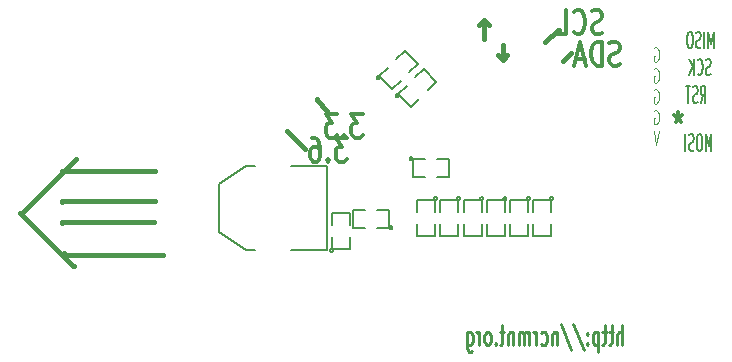
<source format=gbo>
G04 (created by PCBNEW-RS274X (2012-jan-04)-stable) date Пт. 17 авг. 2012 15:46:30*
G01*
G70*
G90*
%MOIN*%
G04 Gerber Fmt 3.4, Leading zero omitted, Abs format*
%FSLAX34Y34*%
G04 APERTURE LIST*
%ADD10C,0.006000*%
%ADD11C,0.015000*%
%ADD12C,0.012000*%
%ADD13C,0.009900*%
%ADD14C,0.006900*%
%ADD15C,0.003900*%
%ADD16C,0.008000*%
%ADD17C,0.005000*%
G04 APERTURE END LIST*
G54D10*
G54D11*
X50075Y-46175D02*
X50125Y-46175D01*
X48300Y-44400D02*
X50075Y-46175D01*
X48375Y-44400D02*
X48300Y-44400D01*
X50175Y-42600D02*
X48375Y-44400D01*
X49775Y-45800D02*
X49775Y-45750D01*
X53075Y-45800D02*
X49775Y-45800D01*
X49725Y-44725D02*
X49725Y-44750D01*
X52775Y-44725D02*
X49725Y-44725D01*
X49700Y-44025D02*
X49700Y-44050D01*
X52825Y-44025D02*
X49700Y-44025D01*
X52825Y-43025D02*
X49700Y-43025D01*
X57825Y-42275D02*
X57225Y-41675D01*
X58200Y-40650D02*
X58200Y-40600D01*
X58550Y-41000D02*
X58200Y-40650D01*
G54D12*
X59203Y-41899D02*
X58832Y-41899D01*
X59032Y-42204D01*
X58946Y-42204D01*
X58889Y-42242D01*
X58860Y-42280D01*
X58832Y-42356D01*
X58832Y-42546D01*
X58860Y-42623D01*
X58889Y-42661D01*
X58946Y-42699D01*
X59118Y-42699D01*
X59175Y-42661D01*
X59203Y-42623D01*
X58575Y-42623D02*
X58547Y-42661D01*
X58575Y-42699D01*
X58604Y-42661D01*
X58575Y-42623D01*
X58575Y-42699D01*
X58032Y-41899D02*
X58146Y-41899D01*
X58203Y-41937D01*
X58232Y-41975D01*
X58289Y-42089D01*
X58318Y-42242D01*
X58318Y-42546D01*
X58289Y-42623D01*
X58261Y-42661D01*
X58203Y-42699D01*
X58089Y-42699D01*
X58032Y-42661D01*
X58003Y-42623D01*
X57975Y-42546D01*
X57975Y-42356D01*
X58003Y-42280D01*
X58032Y-42242D01*
X58089Y-42204D01*
X58203Y-42204D01*
X58261Y-42242D01*
X58289Y-42280D01*
X58318Y-42356D01*
X59728Y-41099D02*
X59357Y-41099D01*
X59557Y-41404D01*
X59471Y-41404D01*
X59414Y-41442D01*
X59385Y-41480D01*
X59357Y-41556D01*
X59357Y-41746D01*
X59385Y-41823D01*
X59414Y-41861D01*
X59471Y-41899D01*
X59643Y-41899D01*
X59700Y-41861D01*
X59728Y-41823D01*
X59100Y-41823D02*
X59072Y-41861D01*
X59100Y-41899D01*
X59129Y-41861D01*
X59100Y-41823D01*
X59100Y-41899D01*
X58871Y-41099D02*
X58500Y-41099D01*
X58700Y-41404D01*
X58614Y-41404D01*
X58557Y-41442D01*
X58528Y-41480D01*
X58500Y-41556D01*
X58500Y-41746D01*
X58528Y-41823D01*
X58557Y-41861D01*
X58614Y-41899D01*
X58786Y-41899D01*
X58843Y-41861D01*
X58871Y-41823D01*
G54D11*
X66250Y-38300D02*
X66275Y-38300D01*
X65825Y-38725D02*
X66250Y-38300D01*
X66400Y-39350D02*
X66675Y-39075D01*
G54D12*
X68303Y-39461D02*
X68217Y-39499D01*
X68074Y-39499D01*
X68017Y-39461D01*
X67988Y-39423D01*
X67960Y-39346D01*
X67960Y-39270D01*
X67988Y-39194D01*
X68017Y-39156D01*
X68074Y-39118D01*
X68188Y-39080D01*
X68246Y-39042D01*
X68274Y-39004D01*
X68303Y-38927D01*
X68303Y-38851D01*
X68274Y-38775D01*
X68246Y-38737D01*
X68188Y-38699D01*
X68046Y-38699D01*
X67960Y-38737D01*
X67703Y-39499D02*
X67703Y-38699D01*
X67560Y-38699D01*
X67475Y-38737D01*
X67417Y-38813D01*
X67389Y-38889D01*
X67360Y-39042D01*
X67360Y-39156D01*
X67389Y-39308D01*
X67417Y-39385D01*
X67475Y-39461D01*
X67560Y-39499D01*
X67703Y-39499D01*
X67132Y-39270D02*
X66846Y-39270D01*
X67189Y-39499D02*
X66989Y-38699D01*
X66789Y-39499D01*
X67714Y-38411D02*
X67628Y-38449D01*
X67485Y-38449D01*
X67428Y-38411D01*
X67399Y-38373D01*
X67371Y-38296D01*
X67371Y-38220D01*
X67399Y-38144D01*
X67428Y-38106D01*
X67485Y-38068D01*
X67599Y-38030D01*
X67657Y-37992D01*
X67685Y-37954D01*
X67714Y-37877D01*
X67714Y-37801D01*
X67685Y-37725D01*
X67657Y-37687D01*
X67599Y-37649D01*
X67457Y-37649D01*
X67371Y-37687D01*
X66771Y-38373D02*
X66800Y-38411D01*
X66886Y-38449D01*
X66943Y-38449D01*
X67028Y-38411D01*
X67086Y-38335D01*
X67114Y-38258D01*
X67143Y-38106D01*
X67143Y-37992D01*
X67114Y-37839D01*
X67086Y-37763D01*
X67028Y-37687D01*
X66943Y-37649D01*
X66886Y-37649D01*
X66800Y-37687D01*
X66771Y-37725D01*
X66228Y-38449D02*
X66514Y-38449D01*
X66514Y-37649D01*
G54D11*
X64400Y-39300D02*
X64250Y-39150D01*
X64400Y-39300D02*
X64550Y-39150D01*
X64400Y-38800D02*
X64400Y-39300D01*
X63775Y-37975D02*
X63950Y-38150D01*
X63775Y-37975D02*
X63600Y-38150D01*
X63775Y-38625D02*
X63775Y-37975D01*
G54D13*
X68388Y-48820D02*
X68388Y-48151D01*
X68219Y-48820D02*
X68219Y-48470D01*
X68238Y-48406D01*
X68276Y-48374D01*
X68332Y-48374D01*
X68369Y-48406D01*
X68388Y-48438D01*
X68088Y-48374D02*
X67938Y-48374D01*
X68032Y-48151D02*
X68032Y-48725D01*
X68013Y-48788D01*
X67976Y-48820D01*
X67938Y-48820D01*
X67863Y-48374D02*
X67713Y-48374D01*
X67807Y-48151D02*
X67807Y-48725D01*
X67788Y-48788D01*
X67751Y-48820D01*
X67713Y-48820D01*
X67582Y-48374D02*
X67582Y-49043D01*
X67582Y-48406D02*
X67545Y-48374D01*
X67470Y-48374D01*
X67432Y-48406D01*
X67413Y-48438D01*
X67395Y-48502D01*
X67395Y-48693D01*
X67413Y-48757D01*
X67432Y-48788D01*
X67470Y-48820D01*
X67545Y-48820D01*
X67582Y-48788D01*
X67226Y-48757D02*
X67207Y-48788D01*
X67226Y-48820D01*
X67245Y-48788D01*
X67226Y-48757D01*
X67226Y-48820D01*
X67226Y-48406D02*
X67207Y-48438D01*
X67226Y-48470D01*
X67245Y-48438D01*
X67226Y-48406D01*
X67226Y-48470D01*
X66757Y-48119D02*
X67094Y-48980D01*
X66344Y-48119D02*
X66681Y-48980D01*
X66212Y-48374D02*
X66212Y-48820D01*
X66212Y-48438D02*
X66193Y-48406D01*
X66156Y-48374D01*
X66100Y-48374D01*
X66062Y-48406D01*
X66043Y-48470D01*
X66043Y-48820D01*
X65687Y-48788D02*
X65725Y-48820D01*
X65800Y-48820D01*
X65837Y-48788D01*
X65856Y-48757D01*
X65875Y-48693D01*
X65875Y-48502D01*
X65856Y-48438D01*
X65837Y-48406D01*
X65800Y-48374D01*
X65725Y-48374D01*
X65687Y-48406D01*
X65518Y-48820D02*
X65518Y-48374D01*
X65518Y-48502D02*
X65499Y-48438D01*
X65481Y-48406D01*
X65443Y-48374D01*
X65406Y-48374D01*
X65274Y-48820D02*
X65274Y-48374D01*
X65274Y-48438D02*
X65255Y-48406D01*
X65218Y-48374D01*
X65162Y-48374D01*
X65124Y-48406D01*
X65105Y-48470D01*
X65105Y-48820D01*
X65105Y-48470D02*
X65087Y-48406D01*
X65049Y-48374D01*
X64993Y-48374D01*
X64955Y-48406D01*
X64936Y-48470D01*
X64936Y-48820D01*
X64749Y-48374D02*
X64749Y-48820D01*
X64749Y-48438D02*
X64730Y-48406D01*
X64693Y-48374D01*
X64637Y-48374D01*
X64599Y-48406D01*
X64580Y-48470D01*
X64580Y-48820D01*
X64449Y-48374D02*
X64299Y-48374D01*
X64393Y-48151D02*
X64393Y-48725D01*
X64374Y-48788D01*
X64337Y-48820D01*
X64299Y-48820D01*
X64168Y-48757D02*
X64149Y-48788D01*
X64168Y-48820D01*
X64187Y-48788D01*
X64168Y-48757D01*
X64168Y-48820D01*
X63924Y-48820D02*
X63961Y-48788D01*
X63980Y-48757D01*
X63999Y-48693D01*
X63999Y-48502D01*
X63980Y-48438D01*
X63961Y-48406D01*
X63924Y-48374D01*
X63868Y-48374D01*
X63830Y-48406D01*
X63811Y-48438D01*
X63793Y-48502D01*
X63793Y-48693D01*
X63811Y-48757D01*
X63830Y-48788D01*
X63868Y-48820D01*
X63924Y-48820D01*
X63624Y-48820D02*
X63624Y-48374D01*
X63624Y-48502D02*
X63605Y-48438D01*
X63587Y-48406D01*
X63549Y-48374D01*
X63512Y-48374D01*
X63211Y-48374D02*
X63211Y-48916D01*
X63230Y-48980D01*
X63249Y-49011D01*
X63286Y-49043D01*
X63343Y-49043D01*
X63380Y-49011D01*
X63211Y-48788D02*
X63249Y-48820D01*
X63324Y-48820D01*
X63361Y-48788D01*
X63380Y-48757D01*
X63399Y-48693D01*
X63399Y-48502D01*
X63380Y-48438D01*
X63361Y-48406D01*
X63324Y-48374D01*
X63249Y-48374D01*
X63211Y-48406D01*
G54D14*
X71358Y-42348D02*
X71358Y-41797D01*
X71266Y-42190D01*
X71174Y-41797D01*
X71174Y-42348D01*
X70991Y-41797D02*
X70938Y-41797D01*
X70912Y-41823D01*
X70886Y-41875D01*
X70872Y-41980D01*
X70872Y-42164D01*
X70886Y-42269D01*
X70912Y-42321D01*
X70938Y-42348D01*
X70991Y-42348D01*
X71017Y-42321D01*
X71043Y-42269D01*
X71056Y-42164D01*
X71056Y-41980D01*
X71043Y-41875D01*
X71017Y-41823D01*
X70991Y-41797D01*
X70767Y-42321D02*
X70728Y-42348D01*
X70662Y-42348D01*
X70636Y-42321D01*
X70623Y-42295D01*
X70610Y-42243D01*
X70610Y-42190D01*
X70623Y-42138D01*
X70636Y-42111D01*
X70662Y-42085D01*
X70715Y-42059D01*
X70741Y-42033D01*
X70754Y-42006D01*
X70767Y-41954D01*
X70767Y-41901D01*
X70754Y-41849D01*
X70741Y-41823D01*
X70715Y-41797D01*
X70649Y-41797D01*
X70610Y-41823D01*
X70491Y-42348D02*
X70491Y-41797D01*
G54D12*
X70251Y-41049D02*
X70251Y-41239D01*
X70108Y-41163D02*
X70251Y-41239D01*
X70393Y-41163D01*
X70165Y-41392D02*
X70251Y-41239D01*
X70336Y-41392D01*
G54D14*
X71001Y-40748D02*
X71093Y-40485D01*
X71158Y-40748D02*
X71158Y-40197D01*
X71053Y-40197D01*
X71027Y-40223D01*
X71014Y-40249D01*
X71001Y-40301D01*
X71001Y-40380D01*
X71014Y-40433D01*
X71027Y-40459D01*
X71053Y-40485D01*
X71158Y-40485D01*
X70895Y-40721D02*
X70856Y-40748D01*
X70790Y-40748D01*
X70764Y-40721D01*
X70751Y-40695D01*
X70738Y-40643D01*
X70738Y-40590D01*
X70751Y-40538D01*
X70764Y-40511D01*
X70790Y-40485D01*
X70843Y-40459D01*
X70869Y-40433D01*
X70882Y-40406D01*
X70895Y-40354D01*
X70895Y-40301D01*
X70882Y-40249D01*
X70869Y-40223D01*
X70843Y-40197D01*
X70777Y-40197D01*
X70738Y-40223D01*
X70659Y-40197D02*
X70501Y-40197D01*
X70580Y-40748D02*
X70580Y-40197D01*
X71329Y-39796D02*
X71290Y-39823D01*
X71224Y-39823D01*
X71198Y-39796D01*
X71185Y-39770D01*
X71172Y-39718D01*
X71172Y-39665D01*
X71185Y-39613D01*
X71198Y-39586D01*
X71224Y-39560D01*
X71277Y-39534D01*
X71303Y-39508D01*
X71316Y-39481D01*
X71329Y-39429D01*
X71329Y-39376D01*
X71316Y-39324D01*
X71303Y-39298D01*
X71277Y-39272D01*
X71211Y-39272D01*
X71172Y-39298D01*
X70896Y-39770D02*
X70909Y-39796D01*
X70948Y-39823D01*
X70974Y-39823D01*
X71014Y-39796D01*
X71040Y-39744D01*
X71053Y-39691D01*
X71066Y-39586D01*
X71066Y-39508D01*
X71053Y-39403D01*
X71040Y-39350D01*
X71014Y-39298D01*
X70974Y-39272D01*
X70948Y-39272D01*
X70909Y-39298D01*
X70896Y-39324D01*
X70777Y-39823D02*
X70777Y-39272D01*
X70620Y-39823D02*
X70738Y-39508D01*
X70620Y-39272D02*
X70777Y-39586D01*
X71433Y-38923D02*
X71433Y-38372D01*
X71341Y-38765D01*
X71249Y-38372D01*
X71249Y-38923D01*
X71118Y-38923D02*
X71118Y-38372D01*
X71000Y-38896D02*
X70961Y-38923D01*
X70895Y-38923D01*
X70869Y-38896D01*
X70856Y-38870D01*
X70843Y-38818D01*
X70843Y-38765D01*
X70856Y-38713D01*
X70869Y-38686D01*
X70895Y-38660D01*
X70948Y-38634D01*
X70974Y-38608D01*
X70987Y-38581D01*
X71000Y-38529D01*
X71000Y-38476D01*
X70987Y-38424D01*
X70974Y-38398D01*
X70948Y-38372D01*
X70882Y-38372D01*
X70843Y-38398D01*
X70672Y-38372D02*
X70619Y-38372D01*
X70593Y-38398D01*
X70567Y-38450D01*
X70553Y-38555D01*
X70553Y-38739D01*
X70567Y-38844D01*
X70593Y-38896D01*
X70619Y-38923D01*
X70672Y-38923D01*
X70698Y-38896D01*
X70724Y-38844D01*
X70737Y-38739D01*
X70737Y-38555D01*
X70724Y-38450D01*
X70698Y-38398D01*
X70672Y-38372D01*
G54D15*
X69453Y-38917D02*
X69479Y-38894D01*
X69518Y-38894D01*
X69558Y-38917D01*
X69584Y-38961D01*
X69597Y-39006D01*
X69610Y-39096D01*
X69610Y-39164D01*
X69597Y-39254D01*
X69584Y-39299D01*
X69558Y-39344D01*
X69518Y-39366D01*
X69492Y-39366D01*
X69453Y-39344D01*
X69440Y-39321D01*
X69440Y-39164D01*
X69492Y-39164D01*
X69453Y-39616D02*
X69479Y-39593D01*
X69518Y-39593D01*
X69558Y-39616D01*
X69584Y-39660D01*
X69597Y-39705D01*
X69610Y-39795D01*
X69610Y-39863D01*
X69597Y-39953D01*
X69584Y-39998D01*
X69558Y-40043D01*
X69518Y-40065D01*
X69492Y-40065D01*
X69453Y-40043D01*
X69440Y-40020D01*
X69440Y-39863D01*
X69492Y-39863D01*
X69453Y-40315D02*
X69479Y-40292D01*
X69518Y-40292D01*
X69558Y-40315D01*
X69584Y-40359D01*
X69597Y-40404D01*
X69610Y-40494D01*
X69610Y-40562D01*
X69597Y-40652D01*
X69584Y-40697D01*
X69558Y-40742D01*
X69518Y-40764D01*
X69492Y-40764D01*
X69453Y-40742D01*
X69440Y-40719D01*
X69440Y-40562D01*
X69492Y-40562D01*
X69453Y-41014D02*
X69479Y-40991D01*
X69518Y-40991D01*
X69558Y-41014D01*
X69584Y-41058D01*
X69597Y-41103D01*
X69610Y-41193D01*
X69610Y-41261D01*
X69597Y-41351D01*
X69584Y-41396D01*
X69558Y-41441D01*
X69518Y-41463D01*
X69492Y-41463D01*
X69453Y-41441D01*
X69440Y-41418D01*
X69440Y-41261D01*
X69492Y-41261D01*
X69617Y-41690D02*
X69525Y-42162D01*
X69433Y-41690D01*
G54D16*
X57350Y-42850D02*
X58550Y-42850D01*
X58550Y-42850D02*
X58550Y-45650D01*
X58550Y-45650D02*
X57350Y-45650D01*
X56150Y-42850D02*
X55850Y-42850D01*
X55850Y-42850D02*
X54950Y-43450D01*
X54950Y-43450D02*
X54950Y-45050D01*
X54950Y-45050D02*
X55850Y-45650D01*
X55850Y-45650D02*
X56150Y-45650D01*
G54D17*
X60928Y-40497D02*
X60927Y-40506D01*
X60924Y-40516D01*
X60919Y-40524D01*
X60913Y-40532D01*
X60905Y-40538D01*
X60897Y-40543D01*
X60888Y-40545D01*
X60878Y-40546D01*
X60869Y-40546D01*
X60860Y-40543D01*
X60851Y-40538D01*
X60844Y-40532D01*
X60837Y-40525D01*
X60833Y-40516D01*
X60830Y-40507D01*
X60829Y-40497D01*
X60829Y-40488D01*
X60832Y-40479D01*
X60836Y-40470D01*
X60843Y-40463D01*
X60850Y-40456D01*
X60858Y-40452D01*
X60868Y-40449D01*
X60877Y-40448D01*
X60886Y-40448D01*
X60896Y-40451D01*
X60904Y-40455D01*
X60912Y-40461D01*
X60918Y-40469D01*
X60923Y-40477D01*
X60926Y-40486D01*
X60927Y-40496D01*
X60928Y-40497D01*
X61196Y-40179D02*
X60914Y-40462D01*
X60914Y-40462D02*
X61338Y-40886D01*
X61338Y-40886D02*
X61621Y-40604D01*
X61904Y-40321D02*
X62186Y-40038D01*
X62186Y-40038D02*
X61762Y-39614D01*
X61762Y-39614D02*
X61479Y-39896D01*
X60303Y-39897D02*
X60302Y-39906D01*
X60299Y-39916D01*
X60294Y-39924D01*
X60288Y-39932D01*
X60280Y-39938D01*
X60272Y-39943D01*
X60263Y-39945D01*
X60253Y-39946D01*
X60244Y-39946D01*
X60235Y-39943D01*
X60226Y-39938D01*
X60219Y-39932D01*
X60212Y-39925D01*
X60208Y-39916D01*
X60205Y-39907D01*
X60204Y-39897D01*
X60204Y-39888D01*
X60207Y-39879D01*
X60211Y-39870D01*
X60218Y-39863D01*
X60225Y-39856D01*
X60233Y-39852D01*
X60243Y-39849D01*
X60252Y-39848D01*
X60261Y-39848D01*
X60271Y-39851D01*
X60279Y-39855D01*
X60287Y-39861D01*
X60293Y-39869D01*
X60298Y-39877D01*
X60301Y-39886D01*
X60302Y-39896D01*
X60303Y-39897D01*
X60571Y-39579D02*
X60289Y-39862D01*
X60289Y-39862D02*
X60713Y-40286D01*
X60713Y-40286D02*
X60996Y-40004D01*
X61279Y-39721D02*
X61561Y-39438D01*
X61561Y-39438D02*
X61137Y-39014D01*
X61137Y-39014D02*
X60854Y-39296D01*
X61400Y-42600D02*
X61399Y-42609D01*
X61396Y-42619D01*
X61391Y-42627D01*
X61385Y-42635D01*
X61377Y-42641D01*
X61369Y-42646D01*
X61360Y-42648D01*
X61350Y-42649D01*
X61341Y-42649D01*
X61332Y-42646D01*
X61323Y-42641D01*
X61316Y-42635D01*
X61309Y-42628D01*
X61305Y-42619D01*
X61302Y-42610D01*
X61301Y-42600D01*
X61301Y-42591D01*
X61304Y-42582D01*
X61308Y-42573D01*
X61315Y-42566D01*
X61322Y-42559D01*
X61330Y-42555D01*
X61340Y-42552D01*
X61349Y-42551D01*
X61358Y-42551D01*
X61368Y-42554D01*
X61376Y-42558D01*
X61384Y-42564D01*
X61390Y-42572D01*
X61395Y-42580D01*
X61398Y-42589D01*
X61399Y-42599D01*
X61400Y-42600D01*
X61800Y-42600D02*
X61400Y-42600D01*
X61400Y-42600D02*
X61400Y-43200D01*
X61400Y-43200D02*
X61800Y-43200D01*
X62200Y-43200D02*
X62600Y-43200D01*
X62600Y-43200D02*
X62600Y-42600D01*
X62600Y-42600D02*
X62200Y-42600D01*
X58750Y-45650D02*
X58749Y-45659D01*
X58746Y-45669D01*
X58741Y-45677D01*
X58735Y-45685D01*
X58727Y-45691D01*
X58719Y-45696D01*
X58710Y-45698D01*
X58700Y-45699D01*
X58691Y-45699D01*
X58682Y-45696D01*
X58673Y-45691D01*
X58666Y-45685D01*
X58659Y-45678D01*
X58655Y-45669D01*
X58652Y-45660D01*
X58651Y-45650D01*
X58651Y-45641D01*
X58654Y-45632D01*
X58658Y-45623D01*
X58665Y-45616D01*
X58672Y-45609D01*
X58680Y-45605D01*
X58690Y-45602D01*
X58699Y-45601D01*
X58708Y-45601D01*
X58718Y-45604D01*
X58726Y-45608D01*
X58734Y-45614D01*
X58740Y-45622D01*
X58745Y-45630D01*
X58748Y-45639D01*
X58749Y-45649D01*
X58750Y-45650D01*
X58700Y-45200D02*
X58700Y-45600D01*
X58700Y-45600D02*
X59300Y-45600D01*
X59300Y-45600D02*
X59300Y-45200D01*
X59300Y-44800D02*
X59300Y-44400D01*
X59300Y-44400D02*
X58700Y-44400D01*
X58700Y-44400D02*
X58700Y-44800D01*
X60725Y-44900D02*
X60724Y-44909D01*
X60721Y-44919D01*
X60716Y-44927D01*
X60710Y-44935D01*
X60702Y-44941D01*
X60694Y-44946D01*
X60685Y-44948D01*
X60675Y-44949D01*
X60666Y-44949D01*
X60657Y-44946D01*
X60648Y-44941D01*
X60641Y-44935D01*
X60634Y-44928D01*
X60630Y-44919D01*
X60627Y-44910D01*
X60626Y-44900D01*
X60626Y-44891D01*
X60629Y-44882D01*
X60633Y-44873D01*
X60640Y-44866D01*
X60647Y-44859D01*
X60655Y-44855D01*
X60665Y-44852D01*
X60674Y-44851D01*
X60683Y-44851D01*
X60693Y-44854D01*
X60701Y-44858D01*
X60709Y-44864D01*
X60715Y-44872D01*
X60720Y-44880D01*
X60723Y-44889D01*
X60724Y-44899D01*
X60725Y-44900D01*
X60225Y-44900D02*
X60625Y-44900D01*
X60625Y-44900D02*
X60625Y-44300D01*
X60625Y-44300D02*
X60225Y-44300D01*
X59825Y-44300D02*
X59425Y-44300D01*
X59425Y-44300D02*
X59425Y-44900D01*
X59425Y-44900D02*
X59825Y-44900D01*
X62200Y-43925D02*
X62199Y-43934D01*
X62196Y-43944D01*
X62191Y-43952D01*
X62185Y-43960D01*
X62177Y-43966D01*
X62169Y-43971D01*
X62160Y-43973D01*
X62150Y-43974D01*
X62141Y-43974D01*
X62132Y-43971D01*
X62123Y-43966D01*
X62116Y-43960D01*
X62109Y-43953D01*
X62105Y-43944D01*
X62102Y-43935D01*
X62101Y-43925D01*
X62101Y-43916D01*
X62104Y-43907D01*
X62108Y-43898D01*
X62115Y-43891D01*
X62122Y-43884D01*
X62130Y-43880D01*
X62140Y-43877D01*
X62149Y-43876D01*
X62158Y-43876D01*
X62168Y-43879D01*
X62176Y-43883D01*
X62184Y-43889D01*
X62190Y-43897D01*
X62195Y-43905D01*
X62198Y-43914D01*
X62199Y-43924D01*
X62200Y-43925D01*
X62150Y-44375D02*
X62150Y-43975D01*
X62150Y-43975D02*
X61550Y-43975D01*
X61550Y-43975D02*
X61550Y-44375D01*
X61550Y-44775D02*
X61550Y-45175D01*
X61550Y-45175D02*
X62150Y-45175D01*
X62150Y-45175D02*
X62150Y-44775D01*
X62975Y-43925D02*
X62974Y-43934D01*
X62971Y-43944D01*
X62966Y-43952D01*
X62960Y-43960D01*
X62952Y-43966D01*
X62944Y-43971D01*
X62935Y-43973D01*
X62925Y-43974D01*
X62916Y-43974D01*
X62907Y-43971D01*
X62898Y-43966D01*
X62891Y-43960D01*
X62884Y-43953D01*
X62880Y-43944D01*
X62877Y-43935D01*
X62876Y-43925D01*
X62876Y-43916D01*
X62879Y-43907D01*
X62883Y-43898D01*
X62890Y-43891D01*
X62897Y-43884D01*
X62905Y-43880D01*
X62915Y-43877D01*
X62924Y-43876D01*
X62933Y-43876D01*
X62943Y-43879D01*
X62951Y-43883D01*
X62959Y-43889D01*
X62965Y-43897D01*
X62970Y-43905D01*
X62973Y-43914D01*
X62974Y-43924D01*
X62975Y-43925D01*
X62925Y-44375D02*
X62925Y-43975D01*
X62925Y-43975D02*
X62325Y-43975D01*
X62325Y-43975D02*
X62325Y-44375D01*
X62325Y-44775D02*
X62325Y-45175D01*
X62325Y-45175D02*
X62925Y-45175D01*
X62925Y-45175D02*
X62925Y-44775D01*
X63750Y-43925D02*
X63749Y-43934D01*
X63746Y-43944D01*
X63741Y-43952D01*
X63735Y-43960D01*
X63727Y-43966D01*
X63719Y-43971D01*
X63710Y-43973D01*
X63700Y-43974D01*
X63691Y-43974D01*
X63682Y-43971D01*
X63673Y-43966D01*
X63666Y-43960D01*
X63659Y-43953D01*
X63655Y-43944D01*
X63652Y-43935D01*
X63651Y-43925D01*
X63651Y-43916D01*
X63654Y-43907D01*
X63658Y-43898D01*
X63665Y-43891D01*
X63672Y-43884D01*
X63680Y-43880D01*
X63690Y-43877D01*
X63699Y-43876D01*
X63708Y-43876D01*
X63718Y-43879D01*
X63726Y-43883D01*
X63734Y-43889D01*
X63740Y-43897D01*
X63745Y-43905D01*
X63748Y-43914D01*
X63749Y-43924D01*
X63750Y-43925D01*
X63700Y-44375D02*
X63700Y-43975D01*
X63700Y-43975D02*
X63100Y-43975D01*
X63100Y-43975D02*
X63100Y-44375D01*
X63100Y-44775D02*
X63100Y-45175D01*
X63100Y-45175D02*
X63700Y-45175D01*
X63700Y-45175D02*
X63700Y-44775D01*
X64525Y-43925D02*
X64524Y-43934D01*
X64521Y-43944D01*
X64516Y-43952D01*
X64510Y-43960D01*
X64502Y-43966D01*
X64494Y-43971D01*
X64485Y-43973D01*
X64475Y-43974D01*
X64466Y-43974D01*
X64457Y-43971D01*
X64448Y-43966D01*
X64441Y-43960D01*
X64434Y-43953D01*
X64430Y-43944D01*
X64427Y-43935D01*
X64426Y-43925D01*
X64426Y-43916D01*
X64429Y-43907D01*
X64433Y-43898D01*
X64440Y-43891D01*
X64447Y-43884D01*
X64455Y-43880D01*
X64465Y-43877D01*
X64474Y-43876D01*
X64483Y-43876D01*
X64493Y-43879D01*
X64501Y-43883D01*
X64509Y-43889D01*
X64515Y-43897D01*
X64520Y-43905D01*
X64523Y-43914D01*
X64524Y-43924D01*
X64525Y-43925D01*
X64475Y-44375D02*
X64475Y-43975D01*
X64475Y-43975D02*
X63875Y-43975D01*
X63875Y-43975D02*
X63875Y-44375D01*
X63875Y-44775D02*
X63875Y-45175D01*
X63875Y-45175D02*
X64475Y-45175D01*
X64475Y-45175D02*
X64475Y-44775D01*
X65300Y-43925D02*
X65299Y-43934D01*
X65296Y-43944D01*
X65291Y-43952D01*
X65285Y-43960D01*
X65277Y-43966D01*
X65269Y-43971D01*
X65260Y-43973D01*
X65250Y-43974D01*
X65241Y-43974D01*
X65232Y-43971D01*
X65223Y-43966D01*
X65216Y-43960D01*
X65209Y-43953D01*
X65205Y-43944D01*
X65202Y-43935D01*
X65201Y-43925D01*
X65201Y-43916D01*
X65204Y-43907D01*
X65208Y-43898D01*
X65215Y-43891D01*
X65222Y-43884D01*
X65230Y-43880D01*
X65240Y-43877D01*
X65249Y-43876D01*
X65258Y-43876D01*
X65268Y-43879D01*
X65276Y-43883D01*
X65284Y-43889D01*
X65290Y-43897D01*
X65295Y-43905D01*
X65298Y-43914D01*
X65299Y-43924D01*
X65300Y-43925D01*
X65250Y-44375D02*
X65250Y-43975D01*
X65250Y-43975D02*
X64650Y-43975D01*
X64650Y-43975D02*
X64650Y-44375D01*
X64650Y-44775D02*
X64650Y-45175D01*
X64650Y-45175D02*
X65250Y-45175D01*
X65250Y-45175D02*
X65250Y-44775D01*
X66075Y-43925D02*
X66074Y-43934D01*
X66071Y-43944D01*
X66066Y-43952D01*
X66060Y-43960D01*
X66052Y-43966D01*
X66044Y-43971D01*
X66035Y-43973D01*
X66025Y-43974D01*
X66016Y-43974D01*
X66007Y-43971D01*
X65998Y-43966D01*
X65991Y-43960D01*
X65984Y-43953D01*
X65980Y-43944D01*
X65977Y-43935D01*
X65976Y-43925D01*
X65976Y-43916D01*
X65979Y-43907D01*
X65983Y-43898D01*
X65990Y-43891D01*
X65997Y-43884D01*
X66005Y-43880D01*
X66015Y-43877D01*
X66024Y-43876D01*
X66033Y-43876D01*
X66043Y-43879D01*
X66051Y-43883D01*
X66059Y-43889D01*
X66065Y-43897D01*
X66070Y-43905D01*
X66073Y-43914D01*
X66074Y-43924D01*
X66075Y-43925D01*
X66025Y-44375D02*
X66025Y-43975D01*
X66025Y-43975D02*
X65425Y-43975D01*
X65425Y-43975D02*
X65425Y-44375D01*
X65425Y-44775D02*
X65425Y-45175D01*
X65425Y-45175D02*
X66025Y-45175D01*
X66025Y-45175D02*
X66025Y-44775D01*
M02*

</source>
